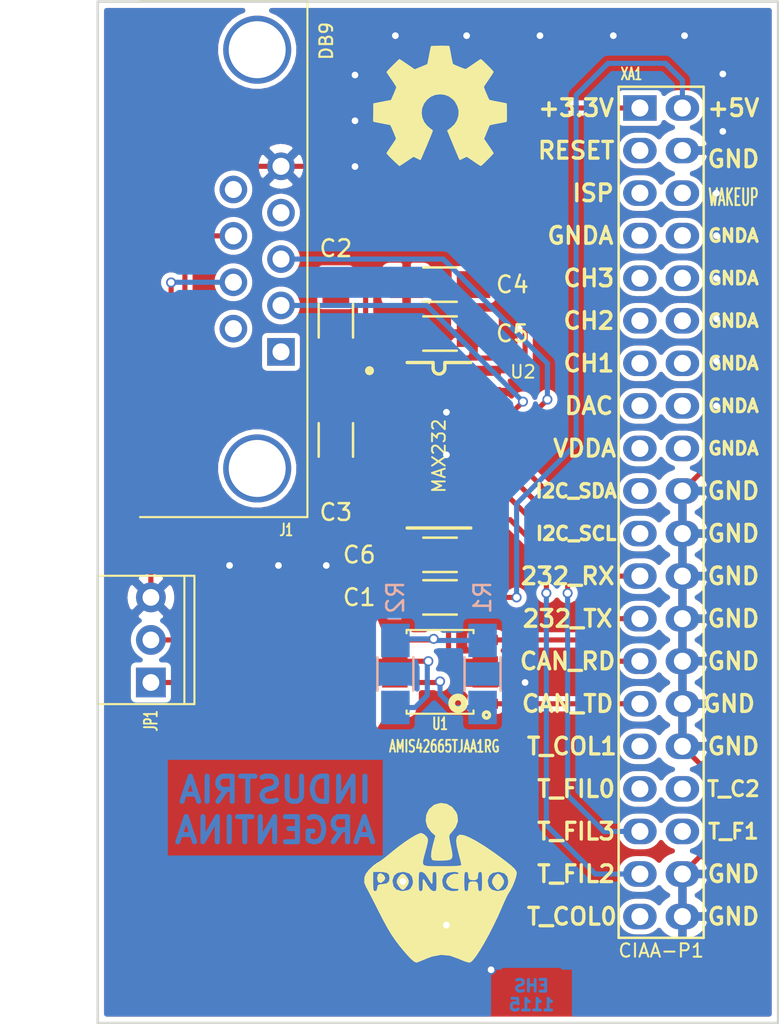
<source format=kicad_pcb>
(kicad_pcb (version 4) (host pcbnew 4.0.0-rc1-stable)
  (title_block (title Ejercicio2) (date 2015-12-01) (rev 1.0) (company "Electrocomponentes S.A"))
  (layers (0 F.Cu signal) (31 B.Cu signal) (34 B.Paste user) (35 F.Paste user) (36 B.SilkS user) (37 F.SilkS user) (38 B.Mask user) (39 F.Mask user) (44 Edge.Cuts user))
  (net 0 "")
  (net 1 GND)
  (net 2 +5V)
  (net 3 "Net-(C2-Pad1)")
  (net 4 "Net-(C2-Pad2)")
  (net 5 "Net-(C3-Pad1)")
  (net 6 "Net-(C3-Pad2)")
  (net 7 +3.3V)
  (net 8 "Net-(C5-Pad1)")
  (net 9 "Net-(C6-Pad1)")
  (net 10 "Net-(J1-Pad2)")
  (net 11 "Net-(J1-Pad3)")
  (net 12 "Net-(J1-Pad7)")
  (net 13 "Net-(J1-Pad8)")
  (net 14 "/Conector y CAN/CAN_H")
  (net 15 "/Conector y CAN/CAN_L")
  (net 16 "Net-(R1-Pad2)")
  (net 17 "/Conector y CAN/CANTX")
  (net 18 "/Conector y CAN/CANRX")
  (net 19 "/Conector y CAN/RTS")
  (net 20 "/Conector y CAN/CTS")
  (net 21 "/Conector y CAN/RXD")
  (net 22 "/Conector y CAN/TXD")
  (module Ejercicio2:DB9_F_TH (layer F.Cu) (at 136.144 90.805 90)
    (fp_text reference J1 (at -16.165 1.735 180) (layer F.SilkS) (effects (font (size 0.7112 0.4572) (thickness 0.1143))))
    (fp_text value DB9 (at 13.0175 4.1275 90) (layer F.SilkS) (effects (font (size 0.762 0.762) (thickness 0.127))))
    (pad 1 thru_hole rect (at -5.5372 1.4224 90) (size 1.651 1.651) (drill 1.016) (layers *.Cu *.Mask))
    (pad 2 thru_hole circle (at -2.7686 1.4224 90) (size 1.651 1.651) (drill 1.016) (layers *.Cu *.Mask) (net 10 "Net-(J1-Pad2)"))
    (pad 3 thru_hole circle (at 0 1.4224 90) (size 1.651 1.651) (drill 1.016) (layers *.Cu *.Mask) (net 11 "Net-(J1-Pad3)"))
    (pad 4 thru_hole circle (at 2.7686 1.4224 90) (size 1.651 1.651) (drill 1.016) (layers *.Cu *.Mask))
    (pad 5 thru_hole circle (at 5.5372 1.4224 90) (size 1.651 1.651) (drill 1.016) (layers *.Cu *.Mask) (net 1 GND))
    (pad 6 thru_hole circle (at -4.1529 -1.4224 90) (size 1.651 1.651) (drill 1.016) (layers *.Cu *.Mask))
    (pad 7 thru_hole circle (at -1.3843 -1.4224 90) (size 1.651 1.651) (drill 1.016) (layers *.Cu *.Mask) (net 12 "Net-(J1-Pad7)"))
    (pad 8 thru_hole circle (at 1.3843 -1.4224 90) (size 1.651 1.651) (drill 1.016) (layers *.Cu *.Mask) (net 13 "Net-(J1-Pad8)"))
    (pad 9 thru_hole circle (at 4.1529 -1.4224 90) (size 1.651 1.651) (drill 1.016) (layers *.Cu *.Mask))
    (pad 10 thru_hole circle (at -12.4968 0 90) (size 4.064 4.064) (drill 3.4) (layers *.Cu *.Mask))
    (pad 11 thru_hole circle (at 12.4968 0 90) (size 4.064 4.064) (drill 3.4) (layers *.Cu *.Mask))
  )
  (module Ejercicio2:CON_PALETA_3 (layer F.Cu) (at 129.794 113.538 90)
    (fp_text reference JP1 (at -4.826 0 90) (layer F.SilkS) (effects (font (size 0.762 0.4572) (thickness 0.127))))
    (fp_text value CONN_3 hide)
    (pad 1 thru_hole rect (at -2.54 0 90) (size 1.778 1.778) (drill 1) (layers *.Cu *.Mask) (net 14 "/Conector y CAN/CAN_H"))
    (pad 2 thru_hole circle (at 0 0 90) (size 1.778 1.778) (drill 1) (layers *.Cu *.Mask) (net 15 "/Conector y CAN/CAN_L"))
    (pad 3 thru_hole circle (at 2.54 0 90) (size 1.778 1.778) (drill 1) (layers *.Cu *.Mask) (net 1 GND))
  )
  (module Ejercicio2:R_1206_HandSoldering (layer B.Cu) (at 149.606 115.57 90)
    (fp_text reference R1 (at 4.572 0 90) (layer B.SilkS) (effects (justify mirror)))
    (fp_text value 60)
    (pad 1 smd rect (at -2 0 90) (size 2 1.7) (layers B.Cu B.Paste B.Mask) (net 14 "/Conector y CAN/CAN_H"))
    (pad 2 smd rect (at 2 0 90) (size 2 1.7) (layers B.Cu B.Paste B.Mask) (net 16 "Net-(R1-Pad2)"))
  )
  (module Ejercicio2:R_1206_HandSoldering (layer B.Cu) (at 144.399 115.57 270)
    (fp_text reference R2 (at -4.572 0 270) (layer B.SilkS) (effects (justify mirror)))
    (fp_text value 60)
    (pad 1 smd rect (at -2 0 270) (size 2 1.7) (layers B.Cu B.Paste B.Mask) (net 16 "Net-(R1-Pad2)"))
    (pad 2 smd rect (at 2 0 270) (size 2 1.7) (layers B.Cu B.Paste B.Mask) (net 15 "/Conector y CAN/CAN_L"))
  )
  (module Ejercicio2:SOIC-8 (layer F.Cu) (at 147.066 115.443 180)
    (fp_text reference U1 (at 0 -3.1 180) (layer F.SilkS) (effects (font (size 0.7112 0.4572) (thickness 0.1143))))
    (fp_text value AMIS42665TJAA1RG (at -0.254 -4.445 180) (layer F.SilkS) (effects (font (size 0.7112 0.4572) (thickness 0.1143))))
    (pad 1 smd rect (at -2.7 -1.905 90) (size 0.6 1.52) (layers F.Cu F.Paste F.Mask) (net 17 "/Conector y CAN/CANTX"))
    (pad 2 smd rect (at -2.7 -0.635 90) (size 0.6 1.52) (layers F.Cu F.Paste F.Mask) (net 1 GND))
    (pad 3 smd rect (at -2.7 0.635 90) (size 0.6 1.52) (layers F.Cu F.Paste F.Mask) (net 2 +5V))
    (pad 4 smd rect (at -2.7 1.905 90) (size 0.6 1.52) (layers F.Cu F.Paste F.Mask) (net 18 "/Conector y CAN/CANRX"))
    (pad 5 smd rect (at 2.7 1.905 90) (size 0.6 1.52) (layers F.Cu F.Paste F.Mask) (net 16 "Net-(R1-Pad2)"))
    (pad 6 smd rect (at 2.7 0.635 90) (size 0.6 1.52) (layers F.Cu F.Paste F.Mask) (net 15 "/Conector y CAN/CAN_L"))
    (pad 7 smd rect (at 2.7 -0.635 90) (size 0.6 1.52) (layers F.Cu F.Paste F.Mask) (net 14 "/Conector y CAN/CAN_H"))
    (pad 8 smd rect (at 2.7 -1.905 90) (size 0.6 1.52) (layers F.Cu F.Paste F.Mask) (net 1 GND))
  )
  (module Ejercicio2:SP3232ECN-SOIC16N (layer F.Cu) (at 147.0025 101.9175 270)
    (fp_text reference U2 (at -4.3815 -5.0165 360) (layer F.SilkS) (effects (font (size 0.762 0.762) (thickness 0.1143))))
    (fp_text value MAX232 (at 0.635 0 270) (layer F.SilkS) (effects (font (size 0.762 0.762) (thickness 0.1143))))
    (pad 1 smd rect (at -4.445 2.59842 270) (size 0.59944 2.19964) (layers F.Cu F.Paste F.Mask) (net 3 "Net-(C2-Pad1)"))
    (pad 2 smd rect (at -3.175 2.59842 270) (size 0.59944 2.19964) (layers F.Cu F.Paste F.Mask) (net 8 "Net-(C5-Pad1)"))
    (pad 3 smd rect (at -1.905 2.59842 270) (size 0.59944 2.19964) (layers F.Cu F.Paste F.Mask) (net 4 "Net-(C2-Pad2)"))
    (pad 4 smd rect (at -0.635 2.59842 270) (size 0.59944 2.19964) (layers F.Cu F.Paste F.Mask) (net 5 "Net-(C3-Pad1)"))
    (pad 5 smd rect (at 0.635 2.59842 270) (size 0.59944 2.19964) (layers F.Cu F.Paste F.Mask) (net 6 "Net-(C3-Pad2)"))
    (pad 6 smd rect (at 1.905 2.59842 270) (size 0.59944 2.19964) (layers F.Cu F.Paste F.Mask) (net 9 "Net-(C6-Pad1)"))
    (pad 7 smd rect (at 3.175 2.59842 270) (size 0.59944 2.19964) (layers F.Cu F.Paste F.Mask) (net 13 "Net-(J1-Pad8)"))
    (pad 8 smd rect (at 4.445 2.59842 270) (size 0.59944 2.19964) (layers F.Cu F.Paste F.Mask) (net 12 "Net-(J1-Pad7)"))
    (pad 9 smd rect (at 4.445 -2.59842 270) (size 0.59944 2.19964) (layers F.Cu F.Paste F.Mask) (net 19 "/Conector y CAN/RTS"))
    (pad 10 smd rect (at 3.175 -2.59842 270) (size 0.59944 2.19964) (layers F.Cu F.Paste F.Mask) (net 20 "/Conector y CAN/CTS"))
    (pad 11 smd rect (at 1.905 -2.59842 270) (size 0.59944 2.19964) (layers F.Cu F.Paste F.Mask) (net 21 "/Conector y CAN/RXD"))
    (pad 12 smd rect (at 0.635 -2.59842 270) (size 0.59944 2.19964) (layers F.Cu F.Paste F.Mask) (net 22 "/Conector y CAN/TXD"))
    (pad 13 smd rect (at -0.635 -2.59842 270) (size 0.59944 2.19964) (layers F.Cu F.Paste F.Mask) (net 11 "Net-(J1-Pad3)"))
    (pad 14 smd rect (at -1.905 -2.59842 270) (size 0.59944 2.19964) (layers F.Cu F.Paste F.Mask) (net 10 "Net-(J1-Pad2)"))
    (pad 15 smd rect (at -3.175 -2.59842 270) (size 0.59944 2.19964) (layers F.Cu F.Paste F.Mask) (net 1 GND))
    (pad 16 smd rect (at -4.445 -2.59842 270) (size 0.59944 2.19964) (layers F.Cu F.Paste F.Mask) (net 7 +3.3V))
  )
  (module Ejercicio2:Conn_Poncho_Derecha (layer F.Cu) (at 159.004 81.788)
    (fp_text reference XA1 (at -0.508 -2.032) (layer F.SilkS) (effects (font (size 0.7112 0.4572) (thickness 0.1143))))
    (fp_text value Conn_Poncho2P_2x_20x2 hide)
    (fp_text user GND (at 5.588 48.26) (layer F.SilkS) (effects (font (thickness 0.2))))
    (fp_text user GND (at 5.588 45.72) (layer F.SilkS) (effects (font (thickness 0.2))))
    (fp_text user T_F1 (at 5.588 43.18) (layer F.SilkS) (effects (font (size 0.9 0.9) (thickness 0.18))))
    (fp_text user T_C2 (at 5.588 40.64) (layer F.SilkS) (effects (font (size 0.9 0.9) (thickness 0.18))))
    (fp_text user GND (at 5.588 38.1) (layer F.SilkS) (effects (font (thickness 0.2))))
    (fp_text user GND (at 5.334 35.56) (layer F.SilkS) (effects (font (thickness 0.2))))
    (fp_text user GND (at 5.588 33.02) (layer F.SilkS) (effects (font (thickness 0.2))))
    (fp_text user GND (at 5.588 30.48) (layer F.SilkS) (effects (font (thickness 0.2))))
    (fp_text user GND (at 5.588 27.94) (layer F.SilkS) (effects (font (thickness 0.2))))
    (fp_text user GND (at 5.588 25.4) (layer F.SilkS) (effects (font (thickness 0.2))))
    (fp_text user GND (at 5.588 22.86) (layer F.SilkS) (effects (font (thickness 0.2))))
    (fp_text user GNDA (at 5.588 20.32) (layer F.SilkS) (effects (font (size 0.76 0.76) (thickness 0.19))))
    (fp_text user GNDA (at 5.588 17.78) (layer F.SilkS) (effects (font (size 0.76 0.76) (thickness 0.19))))
    (fp_text user GNDA (at 5.588 15.24) (layer F.SilkS) (effects (font (size 0.76 0.76) (thickness 0.19))))
    (fp_text user GNDA (at 5.588 12.7) (layer F.SilkS) (effects (font (size 0.76 0.76) (thickness 0.19))))
    (fp_text user GNDA (at 5.588 10.16) (layer F.SilkS) (effects (font (size 0.76 0.76) (thickness 0.19))))
    (fp_text user GNDA (at 5.588 7.62) (layer F.SilkS) (effects (font (size 0.76 0.76) (thickness 0.19))))
    (fp_text user WAKEUP (at 5.588 5.334) (layer F.SilkS) (effects (font (size 1 0.5) (thickness 0.125))))
    (fp_text user GND (at 5.588 3.048) (layer F.SilkS) (effects (font (thickness 0.2))))
    (fp_text user +5V (at 5.588 0) (layer F.SilkS) (effects (font (thickness 0.2))))
    (fp_text user T_COL0 (at -4.064 48.26) (layer F.SilkS) (effects (font (thickness 0.2))))
    (fp_text user T_FIL2 (at -3.81 45.72) (layer F.SilkS) (effects (font (thickness 0.2))))
    (fp_text user T_FIL3 (at -3.81 43.18) (layer F.SilkS) (effects (font (thickness 0.2))))
    (fp_text user T_FIL0 (at -3.81 40.64) (layer F.SilkS) (effects (font (thickness 0.2))))
    (fp_text user T_COL1 (at -4.064 38.1) (layer F.SilkS) (effects (font (thickness 0.2))))
    (fp_text user CAN_TD (at -4.318 35.56) (layer F.SilkS) (effects (font (thickness 0.2))))
    (fp_text user CAN_RD (at -4.318 33.02) (layer F.SilkS) (effects (font (thickness 0.2))))
    (fp_text user 232_TX (at -4.318 30.48) (layer F.SilkS) (effects (font (thickness 0.2))))
    (fp_text user 232_RX (at -4.318 27.94) (layer F.SilkS) (effects (font (thickness 0.2))))
    (fp_text user I2C_SCL (at -3.81 25.4) (layer F.SilkS) (effects (font (size 0.8 0.8) (thickness 0.2))))
    (fp_text user I2C_SDA (at -3.81 22.86) (layer F.SilkS) (effects (font (size 0.8 0.8) (thickness 0.2))))
    (fp_text user VDDA (at -3.302 20.32) (layer F.SilkS) (effects (font (thickness 0.2))))
    (fp_text user DAC (at -3.048 17.78) (layer F.SilkS) (effects (font (thickness 0.2))))
    (fp_text user CH1 (at -3.048 15.24) (layer F.SilkS) (effects (font (thickness 0.2))))
    (fp_text user CH2 (at -3.048 12.7) (layer F.SilkS) (effects (font (thickness 0.2))))
    (fp_text user CH3 (at -3.048 10.16) (layer F.SilkS) (effects (font (thickness 0.2))))
    (fp_text user GNDA (at -3.556 7.62) (layer F.SilkS) (effects (font (thickness 0.2))))
    (fp_text user ISP (at -2.794 5.08) (layer F.SilkS) (effects (font (thickness 0.2))))
    (fp_text user RESET (at -3.81 2.54) (layer F.SilkS) (effects (font (thickness 0.2))))
    (fp_text user CIAA-P1 (at 1.27 50.292) (layer F.SilkS) (effects (font (size 0.8 0.8) (thickness 0.12))))
    (fp_text user +3.3V (at -3.81 0) (layer F.SilkS) (effects (font (thickness 0.2))))
    (pad 1 thru_hole rect (at 0 0 270) (size 1.524 2) (drill 1.016) (layers *.Cu *.Mask) (net 7 +3.3V))
    (pad 2 thru_hole oval (at 2.54 0 270) (size 1.524 2) (drill 1.016) (layers *.Cu *.Mask) (net 2 +5V))
    (pad 11 thru_hole oval (at 0 12.7 270) (size 1.524 2) (drill 1.016) (layers *.Cu *.Mask))
    (pad 4 thru_hole oval (at 2.54 2.54 270) (size 1.524 2) (drill 1.016) (layers *.Cu *.Mask) (net 1 GND))
    (pad 13 thru_hole oval (at 0 15.24 270) (size 1.524 2) (drill 1.016) (layers *.Cu *.Mask))
    (pad 6 thru_hole oval (at 2.54 5.08 270) (size 1.524 2) (drill 1.016) (layers *.Cu *.Mask))
    (pad 15 thru_hole oval (at 0 17.78 270) (size 1.524 2) (drill 1.016) (layers *.Cu *.Mask))
    (pad 8 thru_hole oval (at 2.54 7.62 270) (size 1.524 2) (drill 1.016) (layers *.Cu *.Mask))
    (pad 17 thru_hole oval (at 0 20.32 270) (size 1.524 2) (drill 1.016) (layers *.Cu *.Mask))
    (pad 10 thru_hole oval (at 2.54 10.16 270) (size 1.524 2) (drill 1.016) (layers *.Cu *.Mask))
    (pad 19 thru_hole oval (at 0 22.86 270) (size 1.524 2) (drill 1.016) (layers *.Cu *.Mask))
    (pad 12 thru_hole oval (at 2.54 12.7 270) (size 1.524 2) (drill 1.016) (layers *.Cu *.Mask))
    (pad 21 thru_hole oval (at 0 25.4 270) (size 1.524 2) (drill 1.016) (layers *.Cu *.Mask))
    (pad 14 thru_hole oval (at 2.54 15.24 270) (size 1.524 2) (drill 1.016) (layers *.Cu *.Mask))
    (pad 23 thru_hole oval (at 0 27.94 270) (size 1.524 2) (drill 1.016) (layers *.Cu *.Mask) (net 22 "/Conector y CAN/TXD"))
    (pad 16 thru_hole oval (at 2.54 17.78 270) (size 1.524 2) (drill 1.016) (layers *.Cu *.Mask))
    (pad 25 thru_hole oval (at 0 30.48 270) (size 1.524 2) (drill 1.016) (layers *.Cu *.Mask) (net 21 "/Conector y CAN/RXD"))
    (pad 18 thru_hole oval (at 2.54 20.32 270) (size 1.524 2) (drill 1.016) (layers *.Cu *.Mask))
    (pad 27 thru_hole oval (at 0 33.02 270) (size 1.524 2) (drill 1.016) (layers *.Cu *.Mask) (net 18 "/Conector y CAN/CANRX"))
    (pad 20 thru_hole oval (at 2.54 22.86 270) (size 1.524 2) (drill 1.016) (layers *.Cu *.Mask) (net 1 GND))
    (pad 29 thru_hole oval (at 0 35.56 270) (size 1.524 2) (drill 1.016) (layers *.Cu *.Mask) (net 17 "/Conector y CAN/CANTX"))
    (pad 22 thru_hole oval (at 2.54 25.4 270) (size 1.524 2) (drill 1.016) (layers *.Cu *.Mask) (net 1 GND))
    (pad 31 thru_hole oval (at 0 38.1 270) (size 1.524 2) (drill 1.016) (layers *.Cu *.Mask))
    (pad 24 thru_hole oval (at 2.54 27.94 270) (size 1.524 2) (drill 1.016) (layers *.Cu *.Mask) (net 1 GND))
    (pad 26 thru_hole oval (at 2.54 30.48 270) (size 1.524 2) (drill 1.016) (layers *.Cu *.Mask) (net 1 GND))
    (pad 33 thru_hole oval (at 0 40.64 270) (size 1.524 2) (drill 1.016) (layers *.Cu *.Mask))
    (pad 28 thru_hole oval (at 2.54 33.02 270) (size 1.524 2) (drill 1.016) (layers *.Cu *.Mask) (net 1 GND))
    (pad 32 thru_hole oval (at 2.54 38.1 270) (size 1.524 2) (drill 1.016) (layers *.Cu *.Mask) (net 1 GND))
    (pad 34 thru_hole oval (at 2.54 40.64 270) (size 1.524 2) (drill 1.016) (layers *.Cu *.Mask))
    (pad 36 thru_hole oval (at 2.54 43.18 270) (size 1.524 2) (drill 1.016) (layers *.Cu *.Mask))
    (pad 38 thru_hole oval (at 2.54 45.72 270) (size 1.524 2) (drill 1.016) (layers *.Cu *.Mask) (net 1 GND))
    (pad 35 thru_hole oval (at 0 43.18 270) (size 1.524 2) (drill 1.016) (layers *.Cu *.Mask) (net 20 "/Conector y CAN/CTS"))
    (pad 37 thru_hole oval (at 0 45.72 270) (size 1.524 2) (drill 1.016) (layers *.Cu *.Mask) (net 19 "/Conector y CAN/RTS"))
    (pad 3 thru_hole oval (at 0 2.54 270) (size 1.524 2) (drill 1.016) (layers *.Cu *.Mask))
    (pad 5 thru_hole oval (at 0 5.08 270) (size 1.524 2) (drill 1.016) (layers *.Cu *.Mask))
    (pad 7 thru_hole oval (at 0 7.62 270) (size 1.524 2) (drill 1.016) (layers *.Cu *.Mask))
    (pad 9 thru_hole oval (at 0 10.16 270) (size 1.524 2) (drill 1.016) (layers *.Cu *.Mask))
    (pad 39 thru_hole oval (at 0 48.26 270) (size 1.524 2) (drill 1.016) (layers *.Cu *.Mask))
    (pad 40 thru_hole oval (at 2.54 48.26 270) (size 1.524 2) (drill 1.016) (layers *.Cu *.Mask) (net 1 GND))
    (pad 30 thru_hole oval (at 2.54 35.56 270) (size 1.524 2) (drill 1.016) (layers *.Cu *.Mask) (net 1 GND))
  )
  (module Ejercicio2:1206 (layer F.Cu) (at 147.066 110.998)
    (fp_text reference C1 (at -4.826 0) (layer F.SilkS))
    (fp_text value 100nF hide)
    (pad 1 smd rect (at -2 0) (size 2 1.6) (layers F.Cu F.Paste F.Mask) (net 1 GND))
    (pad 2 smd rect (at 2 0) (size 2 1.6) (layers F.Cu F.Paste F.Mask) (net 2 +5V))
  )
  (module Ejercicio2:1206 (layer F.Cu) (at 140.843 94.488 270)
    (fp_text reference C2 (at -4.318 0 360) (layer F.SilkS))
    (fp_text value 100nF hide)
    (pad 1 smd rect (at -2 0 270) (size 2 1.6) (layers F.Cu F.Paste F.Mask) (net 3 "Net-(C2-Pad1)"))
    (pad 2 smd rect (at 2 0 270) (size 2 1.6) (layers F.Cu F.Paste F.Mask) (net 4 "Net-(C2-Pad2)"))
  )
  (module Ejercicio2:1206 (layer F.Cu) (at 140.843 101.6 270)
    (fp_text reference C3 (at 4.318 0 540) (layer F.SilkS))
    (fp_text value 100nF hide)
    (pad 1 smd rect (at -2 0 270) (size 2 1.6) (layers F.Cu F.Paste F.Mask) (net 5 "Net-(C3-Pad1)"))
    (pad 2 smd rect (at 2 0 270) (size 2 1.6) (layers F.Cu F.Paste F.Mask) (net 6 "Net-(C3-Pad2)"))
  )
  (module Ejercicio2:1206 (layer F.Cu) (at 147.066 92.329 180)
    (fp_text reference C4 (at -4.318 0 180) (layer F.SilkS))
    (fp_text value 100nF hide)
    (pad 1 smd rect (at -2 0 180) (size 2 1.6) (layers F.Cu F.Paste F.Mask) (net 7 +3.3V))
    (pad 2 smd rect (at 2 0 180) (size 2 1.6) (layers F.Cu F.Paste F.Mask) (net 1 GND))
  )
  (module Ejercicio2:1206 (layer F.Cu) (at 147.066 95.25)
    (fp_text reference C5 (at 4.318 0) (layer F.SilkS))
    (fp_text value 100nF hide)
    (pad 1 smd rect (at -2 0) (size 2 1.6) (layers F.Cu F.Paste F.Mask) (net 8 "Net-(C5-Pad1)"))
    (pad 2 smd rect (at 2 0) (size 2 1.6) (layers F.Cu F.Paste F.Mask) (net 1 GND))
  )
  (module Ejercicio2:1206 (layer F.Cu) (at 147.066 108.458)
    (fp_text reference C6 (at -4.826 0) (layer F.SilkS))
    (fp_text value 100nF hide)
    (pad 1 smd rect (at -2 0) (size 2 1.6) (layers F.Cu F.Paste F.Mask) (net 9 "Net-(C6-Pad1)"))
    (pad 2 smd rect (at 2 0) (size 2 1.6) (layers F.Cu F.Paste F.Mask) (net 1 GND))
  )
  (module Ejercicio2:Logo_Poncho (layer F.Cu) (at 147.066 128.0795)
    (fp_text reference G102 hide)
    (fp_text value LOGO hide)
  )
  (module Ejercicio2:Logo_OSHWA (layer F.Cu) (at 147.066 81.661)
    (fp_text reference G101 hide)
    (fp_text value Logo_OSHWA hide)
  )
  (gr_text "EHS\n1115" (at 152.527 134.747) (layer B.Cu) (effects (font (size 0.7 0.7) (thickness 0.175)) (justify mirror)))
  (gr_text "INDUSTRIA\nARGENTINA" (at 137.2235 123.698) (layer B.Cu) (effects (font (size 1.5 1.5) (thickness 0.3)) (justify mirror)))
  (gr_line (start 126.619 75.438) (end 167.259 75.438) (angle 90) (layer Edge.Cuts) (width 0.15))
  (gr_line (start 126.619 136.398) (end 126.619 75.438) (angle 90) (layer Edge.Cuts) (width 0.15))
  (gr_line (start 167.259 136.398) (end 126.619 136.398) (angle 90) (layer Edge.Cuts) (width 0.15))
  (gr_line (start 167.259 75.438) (end 167.259 136.398) (angle 90) (layer Edge.Cuts) (width 0.15))
  (via (at 163.957 83.185) (size 0.6) (drill 0.4) (layers F.Cu B.Cu) (net 1))
  (via (at 163.957 79.756) (size 0.6) (drill 0.4) (layers F.Cu B.Cu) (net 1))
  (via (at 141.986 82.55) (size 0.6) (drill 0.4) (layers F.Cu B.Cu) (net 1))
  (via (at 141.986 79.8195) (size 0.6) (drill 0.4) (layers F.Cu B.Cu) (net 1))
  (via (at 144.399 77.47) (size 0.6) (drill 0.4) (layers F.Cu B.Cu) (net 1))
  (via (at 161.671 77.47) (size 0.6) (drill 0.4) (layers F.Cu B.Cu) (net 1))
  (via (at 148.6535 77.47) (size 0.6) (drill 0.4) (layers F.Cu B.Cu) (net 1))
  (via (at 157.4165 77.47) (size 0.6) (drill 0.4) (layers F.Cu B.Cu) (net 1))
  (via (at 153.035 77.47) (size 0.6) (drill 0.4) (layers F.Cu B.Cu) (net 1))
  (via (at 134.493 109.093) (size 0.6) (drill 0.4) (layers F.Cu B.Cu) (net 1))
  (via (at 140.2715 109.093) (size 0.6) (drill 0.4) (layers F.Cu B.Cu) (net 1))
  (segment (start 140.2715 109.093) (end 137.414 109.093) (width 0.3048) (layer F.Cu) (net 1))
  (via (at 137.414 109.093) (size 0.6) (drill 0.4) (layers F.Cu B.Cu) (net 1))
  (segment (start 137.414 109.093) (end 134.493 109.093) (width 0.3048) (layer B.Cu) (net 1))
  (segment (start 161.544 84.328) (end 162.814 84.328) (width 0.3048) (layer B.Cu) (net 1))
  (segment (start 162.814 84.328) (end 163.957 83.185) (width 0.3048) (layer B.Cu) (net 1))
  (segment (start 163.957 83.185) (end 163.957 79.756) (width 0.3048) (layer B.Cu) (net 1))
  (segment (start 163.957 79.756) (end 161.671 77.47) (width 0.3048) (layer B.Cu) (net 1))
  (segment (start 141.986 79.8195) (end 141.986 82.55) (width 0.3048) (layer B.Cu) (net 1))
  (segment (start 141.986 82.55) (end 141.986 85.280498) (width 0.3048) (layer B.Cu) (net 1))
  (segment (start 161.671 77.47) (end 157.4165 77.47) (width 0.3048) (layer B.Cu) (net 1))
  (segment (start 157.4165 77.47) (end 153.035 77.47) (width 0.3048) (layer B.Cu) (net 1))
  (segment (start 153.035 77.47) (end 148.6535 77.47) (width 0.3048) (layer B.Cu) (net 1))
  (segment (start 148.6535 77.47) (end 144.399 77.47) (width 0.3048) (layer B.Cu) (net 1))
  (segment (start 144.399 77.47) (end 144.3355 77.47) (width 0.3048) (layer B.Cu) (net 1))
  (segment (start 144.3355 77.47) (end 141.986 79.8195) (width 0.3048) (layer B.Cu) (net 1))
  (segment (start 141.986 85.280498) (end 141.985998 85.2805) (width 0.3048) (layer B.Cu) (net 1))
  (segment (start 142.285997 85.580499) (end 141.985998 85.2805) (width 0.3048) (layer F.Cu) (net 1))
  (segment (start 145.066 88.360502) (end 142.285997 85.580499) (width 0.3048) (layer F.Cu) (net 1))
  (segment (start 141.973298 85.2678) (end 141.985998 85.2805) (width 0.3048) (layer F.Cu) (net 1))
  (segment (start 145.066 92.329) (end 145.066 88.360502) (width 0.3048) (layer F.Cu) (net 1))
  (segment (start 137.5664 85.2678) (end 141.973298 85.2678) (width 0.3048) (layer F.Cu) (net 1))
  (via (at 141.985998 85.2805) (size 0.6) (drill 0.4) (layers F.Cu B.Cu) (net 1))
  (segment (start 163.576 86.868) (end 163.576 84.8995) (width 0.3048) (layer F.Cu) (net 1))
  (segment (start 163.576 84.8995) (end 163.0045 84.328) (width 0.3048) (layer F.Cu) (net 1))
  (segment (start 163.0045 84.328) (end 161.544 84.328) (width 0.3048) (layer F.Cu) (net 1))
  (segment (start 152.146 116.078) (end 152.146 120.7135) (width 0.3048) (layer B.Cu) (net 1))
  (via (at 152.146 116.078) (size 0.6) (drill 0.4) (layers F.Cu B.Cu) (net 1))
  (segment (start 149.766 116.078) (end 152.146 116.078) (width 0.3048) (layer F.Cu) (net 1))
  (segment (start 144.907 127.9525) (end 144.8435 127.9525) (width 0.3048) (layer B.Cu) (net 1))
  (segment (start 152.146 120.7135) (end 144.907 127.9525) (width 0.3048) (layer B.Cu) (net 1))
  (segment (start 145.066 110.998) (end 143.764 110.998) (width 0.3048) (layer F.Cu) (net 1))
  (segment (start 131.699 109.093) (end 129.794 110.998) (width 0.3048) (layer F.Cu) (net 1))
  (segment (start 141.859 109.093) (end 134.493 109.093) (width 0.3048) (layer F.Cu) (net 1))
  (segment (start 134.493 109.093) (end 131.699 109.093) (width 0.3048) (layer F.Cu) (net 1))
  (segment (start 143.764 110.998) (end 141.859 109.093) (width 0.3048) (layer F.Cu) (net 1))
  (segment (start 129.794 110.998) (end 129.794 87.1855) (width 0.3048) (layer F.Cu) (net 1))
  (segment (start 129.794 87.1855) (end 131.7117 85.2678) (width 0.3048) (layer F.Cu) (net 1))
  (segment (start 131.7117 85.2678) (end 137.5664 85.2678) (width 0.3048) (layer F.Cu) (net 1))
  (via (at 147.447 130.556) (size 0.6) (drill 0.4) (layers F.Cu B.Cu) (net 1))
  (via (at 144.8435 127.9525) (size 0.6) (drill 0.4) (layers F.Cu B.Cu) (net 1))
  (segment (start 144.8435 127.9525) (end 144.78 128.016) (width 0.3048) (layer B.Cu) (net 1))
  (via (at 163.576 86.868) (size 0.6) (drill 0.4) (layers F.Cu B.Cu) (net 1))
  (via (at 163.576 89.408) (size 0.6) (drill 0.4) (layers F.Cu B.Cu) (net 1))
  (via (at 163.576 91.948) (size 0.6) (drill 0.4) (layers F.Cu B.Cu) (net 1))
  (via (at 163.576 94.361) (size 0.6) (drill 0.4) (layers F.Cu B.Cu) (net 1))
  (via (at 163.576 96.901) (size 0.6) (drill 0.4) (layers F.Cu B.Cu) (net 1))
  (via (at 163.576 99.568) (size 0.6) (drill 0.4) (layers F.Cu B.Cu) (net 1))
  (via (at 150.114 133.223) (size 0.6) (drill 0.4) (layers F.Cu B.Cu) (net 1))
  (segment (start 144.366 117.348) (end 144.366 127.475) (width 0.3048) (layer F.Cu) (net 1))
  (segment (start 150.114 133.223) (end 160.02 133.223) (width 0.3048) (layer F.Cu) (net 1))
  (segment (start 144.366 127.475) (end 144.8435 127.9525) (width 0.3048) (layer F.Cu) (net 1))
  (segment (start 144.8435 127.9525) (end 147.447 130.556) (width 0.3048) (layer F.Cu) (net 1))
  (segment (start 147.447 130.556) (end 150.114 133.223) (width 0.3048) (layer F.Cu) (net 1))
  (via (at 147.447 102.489) (size 0.6) (drill 0.4) (layers F.Cu B.Cu) (net 1))
  (via (at 147.447 99.949) (size 0.6) (drill 0.4) (layers F.Cu B.Cu) (net 1))
  (segment (start 161.544 119.888) (end 161.544 117.348) (width 0.3048) (layer F.Cu) (net 1))
  (segment (start 161.544 117.348) (end 161.544 114.808) (width 0.3048) (layer F.Cu) (net 1))
  (segment (start 161.544 114.808) (end 161.544 112.268) (width 0.3048) (layer F.Cu) (net 1))
  (segment (start 161.544 112.268) (end 161.544 109.728) (width 0.3048) (layer F.Cu) (net 1))
  (segment (start 161.544 109.728) (end 161.544 107.188) (width 0.3048) (layer F.Cu) (net 1))
  (segment (start 161.544 104.648) (end 161.544 107.188) (width 0.3048) (layer F.Cu) (net 1))
  (segment (start 161.544 131.699) (end 161.544 130.048) (width 0.3048) (layer F.Cu) (net 1))
  (segment (start 160.02 133.223) (end 161.544 131.699) (width 0.3048) (layer F.Cu) (net 1))
  (segment (start 147.828 108.458) (end 147.447 108.077) (width 0.3048) (layer F.Cu) (net 1))
  (segment (start 147.447 99.314) (end 148.0185 98.7425) (width 0.3048) (layer F.Cu) (net 1))
  (segment (start 147.447 108.077) (end 147.447 102.489) (width 0.3048) (layer F.Cu) (net 1))
  (segment (start 147.447 102.489) (end 147.447 99.949) (width 0.3048) (layer F.Cu) (net 1))
  (segment (start 147.447 99.949) (end 147.447 99.314) (width 0.3048) (layer F.Cu) (net 1))
  (segment (start 161.544 104.648) (end 163.576 102.616) (width 0.3048) (layer F.Cu) (net 1))
  (segment (start 163.576 102.616) (end 163.576 99.568) (width 0.3048) (layer F.Cu) (net 1))
  (segment (start 163.576 99.568) (end 163.576 96.901) (width 0.3048) (layer F.Cu) (net 1))
  (segment (start 163.576 96.901) (end 163.576 94.361) (width 0.3048) (layer F.Cu) (net 1))
  (segment (start 163.576 94.361) (end 163.576 91.948) (width 0.3048) (layer F.Cu) (net 1))
  (segment (start 163.576 91.948) (end 163.576 89.408) (width 0.3048) (layer F.Cu) (net 1))
  (segment (start 163.576 89.408) (end 163.576 86.868) (width 0.3048) (layer F.Cu) (net 1))
  (segment (start 161.544 130.048) (end 161.544 127.508) (width 0.3048) (layer F.Cu) (net 1))
  (segment (start 161.544 127.508) (end 163.703 125.349) (width 0.3048) (layer F.Cu) (net 1))
  (segment (start 163.703 125.349) (end 163.703 122.047) (width 0.3048) (layer F.Cu) (net 1))
  (segment (start 163.703 122.047) (end 161.544 119.888) (width 0.3048) (layer F.Cu) (net 1))
  (segment (start 146.177 110.998) (end 146.558 110.617) (width 0.3048) (layer F.Cu) (net 1))
  (segment (start 147.828 108.458) (end 149.066 108.458) (width 0.3048) (layer F.Cu) (net 1))
  (segment (start 146.558 109.728) (end 147.828 108.458) (width 0.3048) (layer F.Cu) (net 1))
  (segment (start 146.558 110.617) (end 146.558 109.728) (width 0.3048) (layer F.Cu) (net 1))
  (segment (start 146.177 110.998) (end 145.066 110.998) (width 0.3048) (layer F.Cu) (net 1))
  (segment (start 147.955 95.25) (end 147.574 94.869) (width 0.3048) (layer F.Cu) (net 1))
  (segment (start 147.574 93.853) (end 146.05 92.329) (width 0.3048) (layer F.Cu) (net 1))
  (segment (start 147.574 94.869) (end 147.574 93.853) (width 0.3048) (layer F.Cu) (net 1))
  (segment (start 146.05 92.329) (end 145.066 92.329) (width 0.3048) (layer F.Cu) (net 1))
  (segment (start 149.066 95.25) (end 147.955 95.25) (width 0.3048) (layer F.Cu) (net 1))
  (segment (start 148.0185 98.7425) (end 149.60092 98.7425) (width 0.3048) (layer F.Cu) (net 1))
  (segment (start 147.574 98.298) (end 148.0185 98.7425) (width 0.3048) (layer F.Cu) (net 1))
  (segment (start 147.955 95.25) (end 147.574 95.631) (width 0.3048) (layer F.Cu) (net 1))
  (segment (start 147.574 95.631) (end 147.574 98.298) (width 0.3048) (layer F.Cu) (net 1))
  (segment (start 151.638 110.998) (end 151.638 105.41) (width 0.3048) (layer B.Cu) (net 2))
  (segment (start 151.638 105.41) (end 155.194 101.854) (width 0.3048) (layer B.Cu) (net 2))
  (segment (start 149.066 110.998) (end 151.638 110.998) (width 0.3048) (layer F.Cu) (net 2))
  (segment (start 161.544 80.137) (end 161.544 81.788) (width 0.3048) (layer B.Cu) (net 2))
  (segment (start 160.528 79.121) (end 161.544 80.137) (width 0.3048) (layer B.Cu) (net 2))
  (segment (start 157.099 79.121) (end 160.528 79.121) (width 0.3048) (layer B.Cu) (net 2))
  (segment (start 155.194 81.026) (end 157.099 79.121) (width 0.3048) (layer B.Cu) (net 2))
  (segment (start 155.194 101.854) (end 155.194 81.026) (width 0.3048) (layer B.Cu) (net 2))
  (via (at 151.638 110.998) (size 0.6) (drill 0.4) (layers F.Cu B.Cu) (net 2))
  (segment (start 149.066 110.998) (end 147.955 110.998) (width 0.3048) (layer F.Cu) (net 2))
  (segment (start 147.955 114.808) (end 149.766 114.808) (width 0.3048) (layer F.Cu) (net 2))
  (segment (start 147.574 114.427) (end 147.955 114.808) (width 0.3048) (layer F.Cu) (net 2))
  (segment (start 147.574 111.379) (end 147.574 114.427) (width 0.3048) (layer F.Cu) (net 2))
  (segment (start 147.955 110.998) (end 147.574 111.379) (width 0.3048) (layer F.Cu) (net 2))
  (segment (start 144.40408 97.4725) (end 142.9385 97.4725) (width 0.3048) (layer F.Cu) (net 3))
  (segment (start 142.145 92.488) (end 140.843 92.488) (width 0.3048) (layer F.Cu) (net 3))
  (segment (start 142.9385 97.4725) (end 142.621 97.155) (width 0.3048) (layer F.Cu) (net 3))
  (segment (start 142.621 92.964) (end 142.145 92.488) (width 0.3048) (layer F.Cu) (net 3))
  (segment (start 142.621 97.155) (end 142.621 92.964) (width 0.3048) (layer F.Cu) (net 3))
  (segment (start 140.843 96.488) (end 140.843 97.663) (width 0.3048) (layer F.Cu) (net 4))
  (segment (start 140.843 97.663) (end 141.224 98.044) (width 0.3048) (layer F.Cu) (net 4))
  (segment (start 141.224 98.044) (end 142.24 98.044) (width 0.3048) (layer F.Cu) (net 4))
  (segment (start 142.24 98.044) (end 142.621 98.425) (width 0.3048) (layer F.Cu) (net 4))
  (segment (start 142.621 98.425) (end 142.621 99.568) (width 0.3048) (layer F.Cu) (net 4))
  (segment (start 142.621 99.568) (end 143.0655 100.0125) (width 0.3048) (layer F.Cu) (net 4))
  (segment (start 143.0655 100.0125) (end 144.40408 100.0125) (width 0.3048) (layer F.Cu) (net 4))
  (segment (start 144.40408 101.2825) (end 141.224 101.2825) (width 0.3048) (layer F.Cu) (net 5))
  (segment (start 141.224 101.2825) (end 140.843 100.9015) (width 0.3048) (layer F.Cu) (net 5))
  (segment (start 140.843 100.9015) (end 140.843 99.6) (width 0.3048) (layer F.Cu) (net 5))
  (segment (start 144.40408 102.5525) (end 143.0655 102.5525) (width 0.3048) (layer F.Cu) (net 6))
  (segment (start 142.018 103.6) (end 140.843 103.6) (width 0.3048) (layer F.Cu) (net 6))
  (segment (start 143.0655 102.5525) (end 142.018 103.6) (width 0.3048) (layer F.Cu) (net 6))
  (segment (start 151.638 92.329) (end 152.146 91.821) (width 0.3048) (layer F.Cu) (net 7))
  (segment (start 153.543 81.788) (end 159.004 81.788) (width 0.3048) (layer F.Cu) (net 7))
  (segment (start 152.146 83.185) (end 153.543 81.788) (width 0.3048) (layer F.Cu) (net 7))
  (segment (start 152.146 91.821) (end 152.146 83.185) (width 0.3048) (layer F.Cu) (net 7))
  (segment (start 149.60092 97.4725) (end 151.5745 97.4725) (width 0.3048) (layer F.Cu) (net 7))
  (segment (start 151.638 92.329) (end 149.066 92.329) (width 0.3048) (layer F.Cu) (net 7))
  (segment (start 152.146 92.837) (end 151.638 92.329) (width 0.3048) (layer F.Cu) (net 7))
  (segment (start 152.146 96.901) (end 152.146 92.837) (width 0.3048) (layer F.Cu) (net 7))
  (segment (start 151.5745 97.4725) (end 152.146 96.901) (width 0.3048) (layer F.Cu) (net 7))
  (segment (start 145.066 95.25) (end 146.05 95.25) (width 0.3048) (layer F.Cu) (net 8))
  (segment (start 146.05 95.25) (end 146.558 95.758) (width 0.3048) (layer F.Cu) (net 8))
  (segment (start 146.558 95.758) (end 146.558 98.425) (width 0.3048) (layer F.Cu) (net 8))
  (segment (start 146.558 98.425) (end 146.2405 98.7425) (width 0.3048) (layer F.Cu) (net 8))
  (segment (start 146.2405 98.7425) (end 144.40408 98.7425) (width 0.3048) (layer F.Cu) (net 8))
  (segment (start 145.066 108.458) (end 146.304 108.458) (width 0.3048) (layer F.Cu) (net 9))
  (segment (start 146.2405 103.8225) (end 144.40408 103.8225) (width 0.3048) (layer F.Cu) (net 9))
  (segment (start 146.685 104.267) (end 146.2405 103.8225) (width 0.3048) (layer F.Cu) (net 9))
  (segment (start 146.685 108.077) (end 146.685 104.267) (width 0.3048) (layer F.Cu) (net 9))
  (segment (start 146.304 108.458) (end 146.685 108.077) (width 0.3048) (layer F.Cu) (net 9))
  (segment (start 151.719001 99.613999) (end 152.019 99.314) (width 0.3048) (layer F.Cu) (net 10))
  (segment (start 151.3205 100.0125) (end 151.719001 99.613999) (width 0.3048) (layer F.Cu) (net 10))
  (segment (start 149.60092 100.0125) (end 151.3205 100.0125) (width 0.3048) (layer F.Cu) (net 10))
  (segment (start 146.2786 93.5736) (end 151.719001 99.014001) (width 0.3048) (layer B.Cu) (net 10))
  (segment (start 151.719001 99.014001) (end 152.019 99.314) (width 0.3048) (layer B.Cu) (net 10))
  (segment (start 137.5664 93.5736) (end 146.2786 93.5736) (width 0.3048) (layer B.Cu) (net 10))
  (via (at 152.019 99.314) (size 0.6) (drill 0.4) (layers F.Cu B.Cu) (net 10))
  (segment (start 137.5664 90.805) (end 147.2565 90.805) (width 0.3048) (layer B.Cu) (net 11))
  (segment (start 147.2565 90.805) (end 153.4795 97.028) (width 0.3048) (layer B.Cu) (net 11))
  (segment (start 153.4795 97.028) (end 153.4795 99.187) (width 0.3048) (layer B.Cu) (net 11))
  (segment (start 151.384 101.2825) (end 153.179501 99.486999) (width 0.3048) (layer F.Cu) (net 11))
  (segment (start 149.60092 101.2825) (end 151.384 101.2825) (width 0.3048) (layer F.Cu) (net 11))
  (segment (start 153.179501 99.486999) (end 153.4795 99.187) (width 0.3048) (layer F.Cu) (net 11))
  (via (at 153.4795 99.187) (size 0.6) (drill 0.4) (layers F.Cu B.Cu) (net 11))
  (segment (start 144.40408 106.3625) (end 142.5575 106.3625) (width 0.3048) (layer F.Cu) (net 12))
  (segment (start 142.5575 106.3625) (end 140.97 107.95) (width 0.3048) (layer F.Cu) (net 12))
  (segment (start 140.97 107.95) (end 134.366 107.95) (width 0.3048) (layer F.Cu) (net 12))
  (segment (start 134.366 107.95) (end 131.0005 104.5845) (width 0.3048) (layer F.Cu) (net 12))
  (segment (start 131.0005 104.5845) (end 131.0005 92.626264) (width 0.3048) (layer F.Cu) (net 12))
  (segment (start 131.0005 92.626264) (end 131.0005 92.202) (width 0.3048) (layer F.Cu) (net 12))
  (segment (start 134.7216 92.1893) (end 131.0132 92.1893) (width 0.3048) (layer B.Cu) (net 12))
  (segment (start 131.0132 92.1893) (end 131.0005 92.202) (width 0.3048) (layer B.Cu) (net 12))
  (via (at 131.0005 92.202) (size 0.6) (drill 0.4) (layers F.Cu B.Cu) (net 12))
  (segment (start 144.40408 105.0925) (end 142.5575 105.0925) (width 0.3048) (layer F.Cu) (net 13))
  (segment (start 131.826 90.424) (end 132.8293 89.4207) (width 0.3048) (layer F.Cu) (net 13))
  (segment (start 142.5575 105.0925) (end 140.589 107.061) (width 0.3048) (layer F.Cu) (net 13))
  (segment (start 140.589 107.061) (end 134.874 107.061) (width 0.3048) (layer F.Cu) (net 13))
  (segment (start 134.874 107.061) (end 131.826 104.013) (width 0.3048) (layer F.Cu) (net 13))
  (segment (start 131.826 104.013) (end 131.826 90.424) (width 0.3048) (layer F.Cu) (net 13))
  (segment (start 132.8293 89.4207) (end 134.7216 89.4207) (width 0.3048) (layer F.Cu) (net 13))
  (segment (start 144.366 116.078) (end 147.0025 116.078) (width 0.3048) (layer F.Cu) (net 14))
  (segment (start 147.8595 117.57) (end 149.606 117.57) (width 0.3048) (layer B.Cu) (net 14))
  (segment (start 147.066 116.7765) (end 147.8595 117.57) (width 0.3048) (layer B.Cu) (net 14))
  (segment (start 147.066 116.0145) (end 147.066 116.7765) (width 0.3048) (layer B.Cu) (net 14))
  (via (at 147.066 116.0145) (size 0.6) (drill 0.4) (layers F.Cu B.Cu) (net 14))
  (segment (start 147.0025 116.078) (end 147.066 116.0145) (width 0.3048) (layer F.Cu) (net 14))
  (segment (start 129.794 116.078) (end 137.033 116.078) (width 0.3048) (layer F.Cu) (net 14))
  (segment (start 137.033 116.078) (end 142.113 116.078) (width 0.3048) (layer F.Cu) (net 14))
  (segment (start 142.113 116.078) (end 144.366 116.078) (width 0.3048) (layer F.Cu) (net 14))
  (segment (start 144.366 114.808) (end 146.3675 114.808) (width 0.3048) (layer F.Cu) (net 15))
  (segment (start 145.574 117.57) (end 144.399 117.57) (width 0.3048) (layer B.Cu) (net 15))
  (segment (start 146.304 116.84) (end 145.574 117.57) (width 0.3048) (layer B.Cu) (net 15))
  (segment (start 146.304 114.8715) (end 146.304 116.84) (width 0.3048) (layer B.Cu) (net 15))
  (segment (start 146.3675 114.808) (end 146.304 114.8715) (width 0.3048) (layer B.Cu) (net 15))
  (via (at 146.3675 114.808) (size 0.6) (drill 0.4) (layers F.Cu B.Cu) (net 15))
  (segment (start 144.399 117.57) (end 144.399 116.713) (width 0.3048) (layer B.Cu) (net 15))
  (segment (start 129.794 113.538) (end 137.414 113.538) (width 0.3048) (layer F.Cu) (net 15))
  (segment (start 138.684 114.808) (end 142.24 114.808) (width 0.3048) (layer F.Cu) (net 15))
  (segment (start 142.24 114.808) (end 144.366 114.808) (width 0.3048) (layer F.Cu) (net 15))
  (segment (start 137.414 113.538) (end 138.684 114.808) (width 0.3048) (layer F.Cu) (net 15))
  (segment (start 149.606 113.57) (end 146.7805 113.57) (width 0.3048) (layer B.Cu) (net 16))
  (segment (start 146.7805 113.57) (end 146.685 113.4745) (width 0.3048) (layer B.Cu) (net 16))
  (segment (start 146.685 113.4745) (end 144.4945 113.4745) (width 0.3048) (layer B.Cu) (net 16))
  (segment (start 144.4945 113.4745) (end 144.399 113.57) (width 0.3048) (layer B.Cu) (net 16))
  (segment (start 144.366 113.538) (end 146.6215 113.538) (width 0.3048) (layer F.Cu) (net 16))
  (segment (start 146.6215 113.538) (end 146.685 113.4745) (width 0.3048) (layer F.Cu) (net 16))
  (via (at 146.685 113.4745) (size 0.6) (drill 0.4) (layers F.Cu B.Cu) (net 16))
  (segment (start 146.685 113.4745) (end 146.6215 113.538) (width 0.3048) (layer B.Cu) (net 16))
  (segment (start 149.766 117.348) (end 159.004 117.348) (width 0.3048) (layer F.Cu) (net 17))
  (segment (start 149.766 113.538) (end 156.4005 113.538) (width 0.3048) (layer F.Cu) (net 18))
  (segment (start 156.4005 113.538) (end 157.6705 114.808) (width 0.3048) (layer F.Cu) (net 18))
  (segment (start 157.6705 114.808) (end 159.004 114.808) (width 0.3048) (layer F.Cu) (net 18))
  (segment (start 149.60092 106.3625) (end 151.257 106.3625) (width 0.3048) (layer F.Cu) (net 19))
  (segment (start 151.257 106.3625) (end 153.416 108.5215) (width 0.3048) (layer F.Cu) (net 19))
  (segment (start 153.416 108.5215) (end 153.416 110.744) (width 0.3048) (layer F.Cu) (net 19))
  (segment (start 156.337 127.508) (end 159.004 127.508) (width 0.3048) (layer B.Cu) (net 19))
  (segment (start 153.416 124.587) (end 156.337 127.508) (width 0.3048) (layer B.Cu) (net 19))
  (segment (start 153.416 110.744) (end 153.416 124.587) (width 0.3048) (layer B.Cu) (net 19))
  (via (at 153.416 110.744) (size 0.6) (drill 0.4) (layers F.Cu B.Cu) (net 19))
  (segment (start 154.686 110.744) (end 154.686 108.5215) (width 0.3048) (layer F.Cu) (net 20))
  (segment (start 154.686 108.5215) (end 151.257 105.0925) (width 0.3048) (layer F.Cu) (net 20))
  (segment (start 151.257 105.0925) (end 149.60092 105.0925) (width 0.3048) (layer F.Cu) (net 20))
  (segment (start 159.004 124.968) (end 156.845 124.968) (width 0.3048) (layer B.Cu) (net 20))
  (via (at 154.686 110.744) (size 0.6) (drill 0.4) (layers F.Cu B.Cu) (net 20))
  (segment (start 154.686 122.809) (end 154.686 110.744) (width 0.3048) (layer B.Cu) (net 20))
  (segment (start 156.845 124.968) (end 154.686 122.809) (width 0.3048) (layer B.Cu) (net 20))
  (segment (start 149.60092 103.8225) (end 151.3205 103.8225) (width 0.3048) (layer F.Cu) (net 21))
  (segment (start 151.3205 103.8225) (end 155.702 108.204) (width 0.3048) (layer F.Cu) (net 21))
  (segment (start 155.702 108.204) (end 155.702 111.125) (width 0.3048) (layer F.Cu) (net 21))
  (segment (start 155.702 111.125) (end 156.845 112.268) (width 0.3048) (layer F.Cu) (net 21))
  (segment (start 156.845 112.268) (end 157.6992 112.268) (width 0.3048) (layer F.Cu) (net 21))
  (segment (start 157.6992 112.268) (end 159.004 112.268) (width 0.3048) (layer F.Cu) (net 21))
  (segment (start 149.60092 102.5525) (end 151.3205 102.5525) (width 0.3048) (layer F.Cu) (net 22))
  (segment (start 151.3205 102.5525) (end 156.464 107.696) (width 0.3048) (layer F.Cu) (net 22))
  (segment (start 156.464 107.696) (end 156.464 108.839) (width 0.3048) (layer F.Cu) (net 22))
  (segment (start 156.464 108.839) (end 157.353 109.728) (width 0.3048) (layer F.Cu) (net 22))
  (segment (start 157.353 109.728) (end 159.004 109.728) (width 0.3048) (layer F.Cu) (net 22))
  (zone (net 1) (net_name GND) (layer F.Cu) (connect_pads (clearance 0.3048)) (min_thickness 0.3048) (fill yes (arc_segments 32) (thermal_gap 0.508) (thermal_bridge_width 0.508))
    (polygon (pts (xy 167.259 136.398) (xy 126.619 136.398) (xy 126.619 75.438) (xy 167.259 75.438) (xy 167.259 136.398)))
  )
  (zone (net 1) (net_name GND) (layer B.Cu) (connect_pads (clearance 0.3048)) (min_thickness 0.3048) (fill yes (arc_segments 32) (thermal_gap 0.508) (thermal_bridge_width 0.508))
    (polygon (pts (xy 167.259 136.398) (xy 126.619 136.398) (xy 126.619 75.438) (xy 167.259 75.438) (xy 167.259 136.398)))
    (polygon (pts (xy 150.114 133.223) (xy 150.114 136.017) (xy 154.94 136.017) (xy 154.94 133.223) (xy 150.114 133.223)))
    (polygon (pts (xy 131.0005 121.0945) (xy 131.0005 126.0475) (xy 143.51 126.0475) (xy 143.51 121.0945) (xy 131.0005 121.0945)))
  )
  (zone (net 0) (net_name "") (layer F.Cu) (connect_pads (clearance 0.3048)) (min_thickness 0.3048)
    (keepout (tracks allowed) (vias not_allowed) (copperpour not_allowed))
    (fill (arc_segments 32) (thermal_gap 0.508) (thermal_bridge_width 0.508))
    (polygon (pts (xy 131.7625 112.268) (xy 128.5875 112.268) (xy 128.5875 117.348) (xy 131.7625 117.348) (xy 133.7945 120.3325) (xy 142.367 120.3325) (xy 144.2085 117.348) (xy 145.796 117.348) (xy 145.796 113.538) (xy 143.8275 113.538) (xy 142.4305 110.109) (xy 133.7945 110.109) (xy 131.7625 112.268)))
  )
)
</source>
